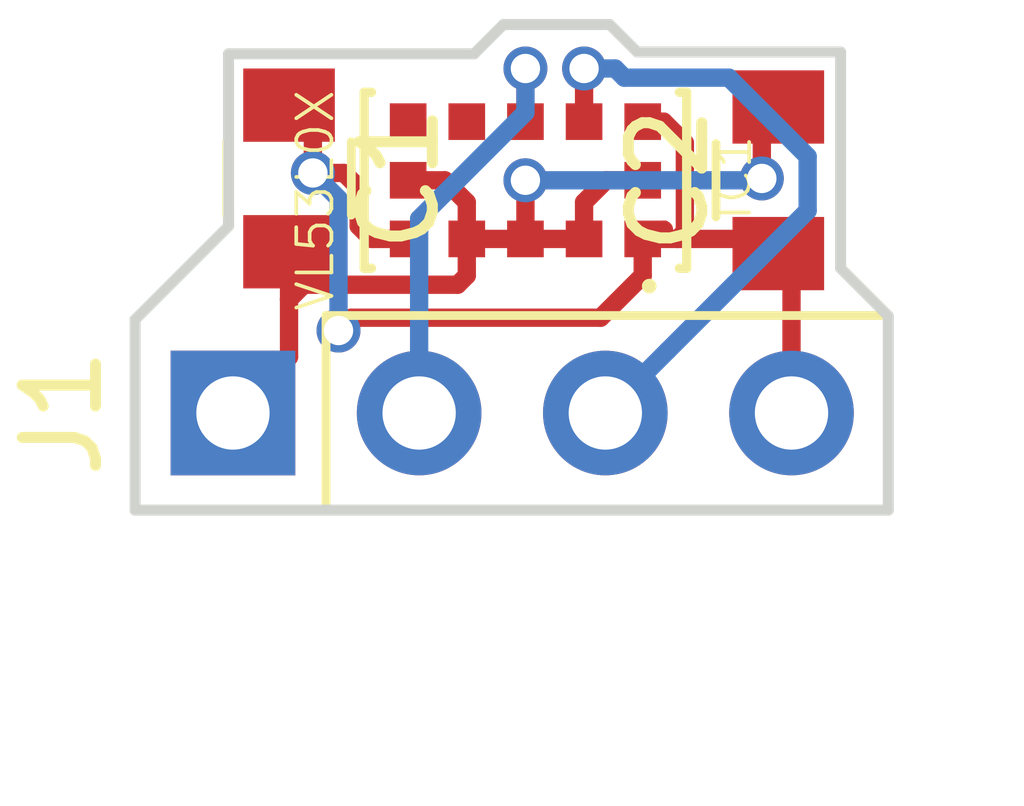
<source format=kicad_pcb>
(kicad_pcb (version 4) (host pcbnew 4.0.7)

  (general
    (links 15)
    (no_connects 0)
    (area 0 0 0 0)
    (thickness 1.6)
    (drawings 19)
    (tracks 65)
    (zones 0)
    (modules 4)
    (nets 5)
  )

  (page A4)
  (layers
    (0 F.Cu signal)
    (31 B.Cu signal)
    (32 B.Adhes user)
    (33 F.Adhes user)
    (34 B.Paste user)
    (35 F.Paste user)
    (36 B.SilkS user)
    (37 F.SilkS user)
    (38 B.Mask user)
    (39 F.Mask user)
    (40 Dwgs.User user)
    (41 Cmts.User user)
    (42 Eco1.User user)
    (43 Eco2.User user)
    (44 Edge.Cuts user)
    (45 Margin user)
    (46 B.CrtYd user)
    (47 F.CrtYd user)
    (48 B.Fab user)
    (49 F.Fab user)
  )

  (setup
    (last_trace_width 0.25)
    (trace_clearance 0.17)
    (zone_clearance 0.508)
    (zone_45_only no)
    (trace_min 0.2)
    (segment_width 0.2)
    (edge_width 0.15)
    (via_size 0.6)
    (via_drill 0.4)
    (via_min_size 0.4)
    (via_min_drill 0.3)
    (uvia_size 0.3)
    (uvia_drill 0.1)
    (uvias_allowed no)
    (uvia_min_size 0.2)
    (uvia_min_drill 0.1)
    (pcb_text_width 0.3)
    (pcb_text_size 1.5 1.5)
    (mod_edge_width 0.15)
    (mod_text_size 1 1)
    (mod_text_width 0.15)
    (pad_size 0.25 0.08)
    (pad_drill 0)
    (pad_to_mask_clearance 0.2)
    (aux_axis_origin 0 0)
    (visible_elements FFFFFF7F)
    (pcbplotparams
      (layerselection 0x00030_80000001)
      (usegerberextensions false)
      (excludeedgelayer true)
      (linewidth 0.100000)
      (plotframeref false)
      (viasonmask false)
      (mode 1)
      (useauxorigin false)
      (hpglpennumber 1)
      (hpglpenspeed 20)
      (hpglpendiameter 15)
      (hpglpenoverlay 2)
      (psnegative false)
      (psa4output false)
      (plotreference true)
      (plotvalue true)
      (plotinvisibletext false)
      (padsonsilk false)
      (subtractmaskfromsilk false)
      (outputformat 1)
      (mirror false)
      (drillshape 1)
      (scaleselection 1)
      (outputdirectory ""))
  )

  (net 0 "")
  (net 1 +3V3)
  (net 2 GND)
  (net 3 /SCL)
  (net 4 /SDA)

  (net_class Default "Toto je výchozí třída sítě."
    (clearance 0.17)
    (trace_width 0.25)
    (via_dia 0.6)
    (via_drill 0.4)
    (uvia_dia 0.3)
    (uvia_drill 0.1)
    (add_net +3V3)
    (add_net /SCL)
    (add_net /SDA)
    (add_net GND)
  )

  (module Pin_Headers:Pin_Header_Straight_1x04_Pitch2.54mm (layer F.Cu) (tedit 59650532) (tstamp 5B0C620B)
    (at 23.01 36.85 90)
    (descr "Through hole straight pin header, 1x04, 2.54mm pitch, single row")
    (tags "Through hole pin header THT 1x04 2.54mm single row")
    (path /5B0C6421)
    (fp_text reference J1 (at 0 -2.33 90) (layer F.SilkS)
      (effects (font (size 1 1) (thickness 0.15)))
    )
    (fp_text value CENTER_CONN (at 0 9.95 90) (layer F.Fab)
      (effects (font (size 1 1) (thickness 0.15)))
    )
    (fp_line (start -0.635 -1.27) (end 1.27 -1.27) (layer F.Fab) (width 0.1))
    (fp_line (start 1.27 -1.27) (end 1.27 8.89) (layer F.Fab) (width 0.1))
    (fp_line (start 1.27 8.89) (end -1.27 8.89) (layer F.Fab) (width 0.1))
    (fp_line (start -1.27 8.89) (end -1.27 -0.635) (layer F.Fab) (width 0.1))
    (fp_line (start -1.27 -0.635) (end -0.635 -1.27) (layer F.Fab) (width 0.1))
    (fp_line (start -1.33 8.95) (end 1.33 8.95) (layer F.SilkS) (width 0.12))
    (fp_line (start -1.33 1.27) (end -1.33 8.95) (layer F.SilkS) (width 0.12))
    (fp_line (start 1.33 1.27) (end 1.33 8.95) (layer F.SilkS) (width 0.12))
    (fp_line (start -1.33 1.27) (end 1.33 1.27) (layer F.SilkS) (width 0.12))
    (fp_line (start -1.33 0) (end -1.33 -1.33) (layer F.SilkS) (width 0.12))
    (fp_line (start -1.33 -1.33) (end 0 -1.33) (layer F.SilkS) (width 0.12))
    (fp_line (start -1.8 -1.8) (end -1.8 9.4) (layer F.CrtYd) (width 0.05))
    (fp_line (start -1.8 9.4) (end 1.8 9.4) (layer F.CrtYd) (width 0.05))
    (fp_line (start 1.8 9.4) (end 1.8 -1.8) (layer F.CrtYd) (width 0.05))
    (fp_line (start 1.8 -1.8) (end -1.8 -1.8) (layer F.CrtYd) (width 0.05))
    (fp_text user %R (at 0 3.81 180) (layer F.Fab)
      (effects (font (size 1 1) (thickness 0.15)))
    )
    (pad 1 thru_hole rect (at 0 0 90) (size 1.7 1.7) (drill 1) (layers *.Cu *.Mask)
      (net 2 GND))
    (pad 2 thru_hole oval (at 0 2.54 90) (size 1.7 1.7) (drill 1) (layers *.Cu *.Mask)
      (net 4 /SDA))
    (pad 3 thru_hole oval (at 0 5.08 90) (size 1.7 1.7) (drill 1) (layers *.Cu *.Mask)
      (net 3 /SCL))
    (pad 4 thru_hole oval (at 0 7.62 90) (size 1.7 1.7) (drill 1) (layers *.Cu *.Mask)
      (net 1 +3V3))
    (model ${KISYS3DMOD}/Pin_Headers.3dshapes/Pin_Header_Straight_1x04_Pitch2.54mm.wrl
      (at (xyz 0 0 0))
      (scale (xyz 1 1 1))
      (rotate (xyz 0 0 0))
    )
  )

  (module Capacitors_SMD:C_0805 (layer F.Cu) (tedit 58AA8463) (tstamp 5B0C61EC)
    (at 23.775 33.65 270)
    (descr "Capacitor SMD 0805, reflow soldering, AVX (see smccp.pdf)")
    (tags "capacitor 0805")
    (path /5B0C3B33)
    (attr smd)
    (fp_text reference C1 (at 0 -1.5 270) (layer F.SilkS)
      (effects (font (size 1 1) (thickness 0.15)))
    )
    (fp_text value 100nF (at 0 1.75 270) (layer F.Fab)
      (effects (font (size 1 1) (thickness 0.15)))
    )
    (fp_text user %R (at 0 -1.5 270) (layer F.Fab)
      (effects (font (size 1 1) (thickness 0.15)))
    )
    (fp_line (start -1 0.62) (end -1 -0.62) (layer F.Fab) (width 0.1))
    (fp_line (start 1 0.62) (end -1 0.62) (layer F.Fab) (width 0.1))
    (fp_line (start 1 -0.62) (end 1 0.62) (layer F.Fab) (width 0.1))
    (fp_line (start -1 -0.62) (end 1 -0.62) (layer F.Fab) (width 0.1))
    (fp_line (start 0.5 -0.85) (end -0.5 -0.85) (layer F.SilkS) (width 0.12))
    (fp_line (start -0.5 0.85) (end 0.5 0.85) (layer F.SilkS) (width 0.12))
    (fp_line (start -1.75 -0.88) (end 1.75 -0.88) (layer F.CrtYd) (width 0.05))
    (fp_line (start -1.75 -0.88) (end -1.75 0.87) (layer F.CrtYd) (width 0.05))
    (fp_line (start 1.75 0.87) (end 1.75 -0.88) (layer F.CrtYd) (width 0.05))
    (fp_line (start 1.75 0.87) (end -1.75 0.87) (layer F.CrtYd) (width 0.05))
    (pad 1 smd rect (at -1 0 270) (size 1 1.25) (layers F.Cu F.Paste F.Mask)
      (net 1 +3V3))
    (pad 2 smd rect (at 1 0 270) (size 1 1.25) (layers F.Cu F.Paste F.Mask)
      (net 2 GND))
    (model Capacitors_SMD.3dshapes/C_0805.wrl
      (at (xyz 0 0 0))
      (scale (xyz 1 1 1))
      (rotate (xyz 0 0 0))
    )
  )

  (module Capacitors_SMD:C_0805 (layer F.Cu) (tedit 58AA8463) (tstamp 5B0C61F2)
    (at 30.45 33.675 90)
    (descr "Capacitor SMD 0805, reflow soldering, AVX (see smccp.pdf)")
    (tags "capacitor 0805")
    (path /5B0C3B34)
    (attr smd)
    (fp_text reference C2 (at 0 -1.5 90) (layer F.SilkS)
      (effects (font (size 1 1) (thickness 0.15)))
    )
    (fp_text value 4.7uF (at 0 1.75 90) (layer F.Fab)
      (effects (font (size 1 1) (thickness 0.15)))
    )
    (fp_text user %R (at 0 -1.5 90) (layer F.Fab)
      (effects (font (size 1 1) (thickness 0.15)))
    )
    (fp_line (start -1 0.62) (end -1 -0.62) (layer F.Fab) (width 0.1))
    (fp_line (start 1 0.62) (end -1 0.62) (layer F.Fab) (width 0.1))
    (fp_line (start 1 -0.62) (end 1 0.62) (layer F.Fab) (width 0.1))
    (fp_line (start -1 -0.62) (end 1 -0.62) (layer F.Fab) (width 0.1))
    (fp_line (start 0.5 -0.85) (end -0.5 -0.85) (layer F.SilkS) (width 0.12))
    (fp_line (start -0.5 0.85) (end 0.5 0.85) (layer F.SilkS) (width 0.12))
    (fp_line (start -1.75 -0.88) (end 1.75 -0.88) (layer F.CrtYd) (width 0.05))
    (fp_line (start -1.75 -0.88) (end -1.75 0.87) (layer F.CrtYd) (width 0.05))
    (fp_line (start 1.75 0.87) (end 1.75 -0.88) (layer F.CrtYd) (width 0.05))
    (fp_line (start 1.75 0.87) (end -1.75 0.87) (layer F.CrtYd) (width 0.05))
    (pad 1 smd rect (at -1 0 90) (size 1 1.25) (layers F.Cu F.Paste F.Mask)
      (net 1 +3V3))
    (pad 2 smd rect (at 1 0 90) (size 1 1.25) (layers F.Cu F.Paste F.Mask)
      (net 2 GND))
    (model Capacitors_SMD.3dshapes/C_0805.wrl
      (at (xyz 0 0 0))
      (scale (xyz 1 1 1))
      (rotate (xyz 0 0 0))
    )
  )

  (module VL53L0X:XDCR_VL53L0CXV0DH%2f1 (layer F.Cu) (tedit 5B0C63AA) (tstamp 5B0C6203)
    (at 27 33.675 270)
    (path /5B0C3B2F)
    (attr smd)
    (fp_text reference IC1 (at -0.030876 -2.83173 270) (layer F.SilkS)
      (effects (font (size 0.481178 0.481178) (thickness 0.05)))
    )
    (fp_text value VL53L0X (at 0.274092 2.86614 270) (layer F.SilkS)
      (effects (font (size 0.480158 0.480158) (thickness 0.05)))
    )
    (fp_line (start -1.2 -2.2) (end 1.2 -2.2) (layer F.SilkS) (width 0.127))
    (fp_line (start 1.2 -2.2) (end 1.2 2.2) (layer Dwgs.User) (width 0.127))
    (fp_line (start 1.2 2.2) (end -1.2 2.2) (layer F.SilkS) (width 0.127))
    (fp_line (start -1.2 2.2) (end -1.2 -2.2) (layer Dwgs.User) (width 0.127))
    (fp_line (start -1.477 -2.477) (end 1.477 -2.477) (layer Dwgs.User) (width 0.05))
    (fp_line (start 1.477 -2.477) (end 1.477 2.477) (layer Dwgs.User) (width 0.05))
    (fp_line (start 1.477 2.477) (end -1.477 2.477) (layer Dwgs.User) (width 0.05))
    (fp_line (start -1.477 2.477) (end -1.477 -2.477) (layer Dwgs.User) (width 0.05))
    (fp_circle (center 1.444 -1.689) (end 1.544 -1.689) (layer F.SilkS) (width 0))
    (fp_line (start -1.2 -2.2) (end 1.2 -2.2) (layer Dwgs.User) (width 0.127))
    (fp_line (start 1.2 2.2) (end -1.2 2.2) (layer Dwgs.User) (width 0.127))
    (fp_line (start -1.2 -2.2) (end -1.2 -2.1) (layer F.SilkS) (width 0.127))
    (fp_line (start 1.2 -2.2) (end 1.2 -2.1) (layer F.SilkS) (width 0.127))
    (fp_line (start -1.2 2.2) (end -1.2 2.1) (layer F.SilkS) (width 0.127))
    (fp_line (start 1.2 2.2) (end 1.2 2.1) (layer F.SilkS) (width 0.127))
    (pad 10 smd rect (at -0.8 -0.8 270) (size 0.5 0.5) (layers F.Cu F.Paste F.Mask)
      (net 3 /SCL))
    (pad 9 smd rect (at -0.8 0 270) (size 0.5 0.5) (layers F.Cu F.Paste F.Mask)
      (net 4 /SDA))
    (pad 11 smd rect (at -0.8 -1.6 270) (size 0.5 0.5) (layers F.Cu F.Paste F.Mask)
      (net 1 +3V3))
    (pad 8 smd rect (at -0.8 0.8 270) (size 0.5 0.5) (layers F.Cu F.Paste F.Mask))
    (pad 2 smd rect (at 0.8 -0.8 270) (size 0.5 0.5) (layers F.Cu F.Paste F.Mask)
      (net 2 GND))
    (pad 3 smd rect (at 0.8 0 270) (size 0.5 0.5) (layers F.Cu F.Paste F.Mask)
      (net 2 GND))
    (pad 4 smd rect (at 0.8 0.8 270) (size 0.5 0.5) (layers F.Cu F.Paste F.Mask)
      (net 2 GND))
    (pad 5 smd rect (at 0.8 1.6 270) (size 0.5 0.5) (layers F.Cu F.Paste F.Mask)
      (net 1 +3V3))
    (pad 12 smd rect (at 0 -1.6 270) (size 0.5 0.5) (layers F.Cu F.Paste F.Mask)
      (net 2 GND))
    (pad 1 smd rect (at 0.8 -1.6 270) (size 0.5 0.5) (layers F.Cu F.Paste F.Mask)
      (net 1 +3V3))
    (pad 6 smd rect (at 0 1.6 270) (size 0.5 0.5) (layers F.Cu F.Paste F.Mask)
      (net 2 GND))
    (pad 7 smd rect (at -0.8 1.6 270) (size 0.5 0.5) (layers F.Cu F.Paste F.Mask))
    (pad 1.1 smd rect (at 0.675 -1.89 270) (size 0.25 0.08) (layers F.Cu F.Paste F.Mask)
      (net 1 +3V3))
  )

  (gr_line (start 22.95 34.3) (end 21.675 35.575) (angle 90) (layer Edge.Cuts) (width 0.15))
  (gr_line (start 22.95 34.275) (end 22.95 34.3) (angle 90) (layer Edge.Cuts) (width 0.15))
  (gr_line (start 22.95 34.25) (end 22.95 34.275) (angle 90) (layer Edge.Cuts) (width 0.15))
  (gr_line (start 22.95 34.225) (end 22.95 34.25) (angle 90) (layer Edge.Cuts) (width 0.15))
  (gr_line (start 22.95 34.175) (end 22.95 34.225) (angle 90) (layer Edge.Cuts) (width 0.15))
  (gr_line (start 22.95 34.075) (end 22.95 34.175) (angle 90) (layer Edge.Cuts) (width 0.15))
  (gr_line (start 22.95 31.95) (end 22.95 34.075) (angle 90) (layer Edge.Cuts) (width 0.15))
  (gr_line (start 26.3 31.95) (end 22.95 31.95) (angle 90) (layer Edge.Cuts) (width 0.15))
  (gr_line (start 26.7 31.55) (end 26.3 31.95) (angle 90) (layer Edge.Cuts) (width 0.15))
  (gr_line (start 31.3 31.925) (end 28.525 31.925) (angle 90) (layer Edge.Cuts) (width 0.15))
  (gr_line (start 31.3 34.875) (end 31.3 31.925) (angle 90) (layer Edge.Cuts) (width 0.15))
  (gr_line (start 31.95 35.525) (end 31.3 34.875) (angle 90) (layer Edge.Cuts) (width 0.15))
  (gr_line (start 21.675 38.175) (end 21.675 35.575) (layer Edge.Cuts) (width 0.15))
  (gr_line (start 28.15 31.55) (end 26.7 31.55) (layer Edge.Cuts) (width 0.15))
  (gr_line (start 28.175 31.575) (end 28.15 31.55) (layer Edge.Cuts) (width 0.15))
  (gr_line (start 28.275 31.675) (end 28.175 31.575) (layer Edge.Cuts) (width 0.15))
  (gr_line (start 28.525 31.925) (end 28.275 31.675) (layer Edge.Cuts) (width 0.15))
  (gr_line (start 31.95 38.175) (end 31.95 35.525) (layer Edge.Cuts) (width 0.15))
  (gr_line (start 21.675 38.175) (end 31.95 38.175) (layer Edge.Cuts) (width 0.15))

  (segment (start 25.4 34.475) (end 24.9 34.475) (width 0.25) (layer F.Cu) (net 1))
  (segment (start 24.9 34.475) (end 24.725001 34.300001) (width 0.25) (layer F.Cu) (net 1))
  (segment (start 24.725001 34.300001) (end 24.725001 33.775737) (width 0.25) (layer F.Cu) (net 1))
  (segment (start 24.725001 33.775737) (end 24.524264 33.575) (width 0.25) (layer F.Cu) (net 1))
  (segment (start 24.524264 33.575) (end 24.1 33.575) (width 0.25) (layer F.Cu) (net 1))
  (segment (start 24.1 33.575) (end 24.1 32.975) (width 0.25) (layer F.Cu) (net 1))
  (segment (start 24.1 32.975) (end 23.775 32.65) (width 0.25) (layer F.Cu) (net 1))
  (segment (start 24.45 35.725) (end 24.45 33.925) (width 0.25) (layer B.Cu) (net 1))
  (segment (start 24.45 33.925) (end 24.1 33.575) (width 0.25) (layer B.Cu) (net 1))
  (via (at 24.1 33.575) (size 0.6) (drill 0.4) (layers F.Cu B.Cu) (net 1))
  (segment (start 28.025 35.55) (end 24.625 35.55) (width 0.25) (layer F.Cu) (net 1))
  (segment (start 24.625 35.55) (end 24.45 35.725) (width 0.25) (layer F.Cu) (net 1))
  (via (at 24.45 35.725) (size 0.6) (drill 0.4) (layers F.Cu B.Cu) (net 1))
  (segment (start 28.6 34.475) (end 28.6 34.975) (width 0.25) (layer F.Cu) (net 1))
  (segment (start 28.6 34.975) (end 28.025 35.55) (width 0.25) (layer F.Cu) (net 1))
  (segment (start 23.775 32.65) (end 23.9 32.65) (width 0.25) (layer F.Cu) (net 1))
  (segment (start 28.6 34.475) (end 29.075 34.475) (width 0.25) (layer F.Cu) (net 1))
  (segment (start 29.075 34.475) (end 30.25 34.475) (width 0.25) (layer F.Cu) (net 1))
  (segment (start 28.6 32.875) (end 28.885002 32.875) (width 0.25) (layer F.Cu) (net 1))
  (segment (start 28.885002 32.875) (end 29.175001 33.164999) (width 0.25) (layer F.Cu) (net 1))
  (segment (start 29.175001 33.164999) (end 29.175001 34.374999) (width 0.25) (layer F.Cu) (net 1))
  (segment (start 29.175001 34.374999) (end 29.075 34.475) (width 0.25) (layer F.Cu) (net 1))
  (segment (start 28.6 34.475) (end 28.765 34.475) (width 0.25) (layer F.Cu) (net 1))
  (segment (start 28.765 34.475) (end 28.89 34.35) (width 0.25) (layer F.Cu) (net 1))
  (segment (start 30.25 34.475) (end 30.45 34.675) (width 0.25) (layer F.Cu) (net 1))
  (segment (start 30.63 36.85) (end 30.63 34.855) (width 0.25) (layer F.Cu) (net 1))
  (segment (start 30.63 34.855) (end 30.45 34.675) (width 0.25) (layer F.Cu) (net 1))
  (segment (start 26.2 34.475) (end 26.2 34.975) (width 0.25) (layer F.Cu) (net 2))
  (segment (start 26.2 34.975) (end 26.075 35.1) (width 0.25) (layer F.Cu) (net 2))
  (segment (start 26.075 35.1) (end 23.975 35.1) (width 0.25) (layer F.Cu) (net 2))
  (segment (start 23.975 35.1) (end 23.85 35.225) (width 0.25) (layer F.Cu) (net 2))
  (segment (start 23.85 35.225) (end 23.775 35.3) (width 0.25) (layer F.Cu) (net 2))
  (segment (start 23.775 34.65) (end 23.775 35.3) (width 0.25) (layer F.Cu) (net 2))
  (segment (start 23.775 35.3) (end 23.775 36.085) (width 0.25) (layer F.Cu) (net 2))
  (segment (start 27.8 33.975) (end 28.1 33.675) (width 0.25) (layer F.Cu) (net 2))
  (segment (start 27.8 34.475) (end 27.8 33.975) (width 0.25) (layer F.Cu) (net 2))
  (segment (start 28.1 33.675) (end 28.6 33.675) (width 0.25) (layer F.Cu) (net 2))
  (segment (start 27 33.675) (end 30.2 33.675) (width 0.25) (layer B.Cu) (net 2))
  (segment (start 30.225 33.65) (end 30.225 32.9) (width 0.25) (layer F.Cu) (net 2))
  (segment (start 30.225 32.9) (end 30.45 32.675) (width 0.25) (layer F.Cu) (net 2))
  (segment (start 30.2 33.675) (end 30.225 33.65) (width 0.25) (layer B.Cu) (net 2))
  (via (at 30.225 33.65) (size 0.6) (drill 0.4) (layers F.Cu B.Cu) (net 2))
  (segment (start 27 34.475) (end 27 33.675) (width 0.25) (layer F.Cu) (net 2))
  (via (at 27 33.675) (size 0.6) (drill 0.4) (layers F.Cu B.Cu) (net 2))
  (segment (start 23.775 36.085) (end 23.01 36.85) (width 0.25) (layer F.Cu) (net 2))
  (segment (start 27 34.475) (end 27.8 34.475) (width 0.25) (layer F.Cu) (net 2))
  (segment (start 26.2 34.475) (end 27 34.475) (width 0.25) (layer F.Cu) (net 2))
  (segment (start 25.4 33.675) (end 25.9 33.675) (width 0.25) (layer F.Cu) (net 2))
  (segment (start 25.9 33.675) (end 26.2 33.975) (width 0.25) (layer F.Cu) (net 2))
  (segment (start 26.2 33.975) (end 26.2 34.475) (width 0.25) (layer F.Cu) (net 2))
  (segment (start 28.939999 36.000001) (end 28.09 36.85) (width 0.25) (layer B.Cu) (net 3))
  (segment (start 27.8 32.15) (end 28.224264 32.15) (width 0.25) (layer B.Cu) (net 3))
  (segment (start 28.224264 32.15) (end 28.349264 32.275) (width 0.25) (layer B.Cu) (net 3))
  (segment (start 28.349264 32.275) (end 29.775002 32.275) (width 0.25) (layer B.Cu) (net 3))
  (segment (start 27.8 32.875) (end 27.8 32.15) (width 0.25) (layer F.Cu) (net 3))
  (via (at 27.8 32.15) (size 0.6) (drill 0.4) (layers F.Cu B.Cu) (net 3))
  (segment (start 29.775002 32.275) (end 30.850001 33.349999) (width 0.25) (layer B.Cu) (net 3))
  (segment (start 30.850001 33.349999) (end 30.850001 34.089999) (width 0.25) (layer B.Cu) (net 3))
  (segment (start 30.850001 34.089999) (end 28.939999 36.000001) (width 0.25) (layer B.Cu) (net 3))
  (segment (start 27 32.15) (end 27 32.749998) (width 0.25) (layer B.Cu) (net 4))
  (segment (start 27 32.749998) (end 25.55 34.199998) (width 0.25) (layer B.Cu) (net 4))
  (segment (start 25.55 34.199998) (end 25.55 35.647919) (width 0.25) (layer B.Cu) (net 4))
  (segment (start 25.55 35.647919) (end 25.55 36.85) (width 0.25) (layer B.Cu) (net 4))
  (segment (start 27 32.875) (end 27 32.15) (width 0.25) (layer F.Cu) (net 4))
  (via (at 27 32.15) (size 0.6) (drill 0.4) (layers F.Cu B.Cu) (net 4))

)

</source>
